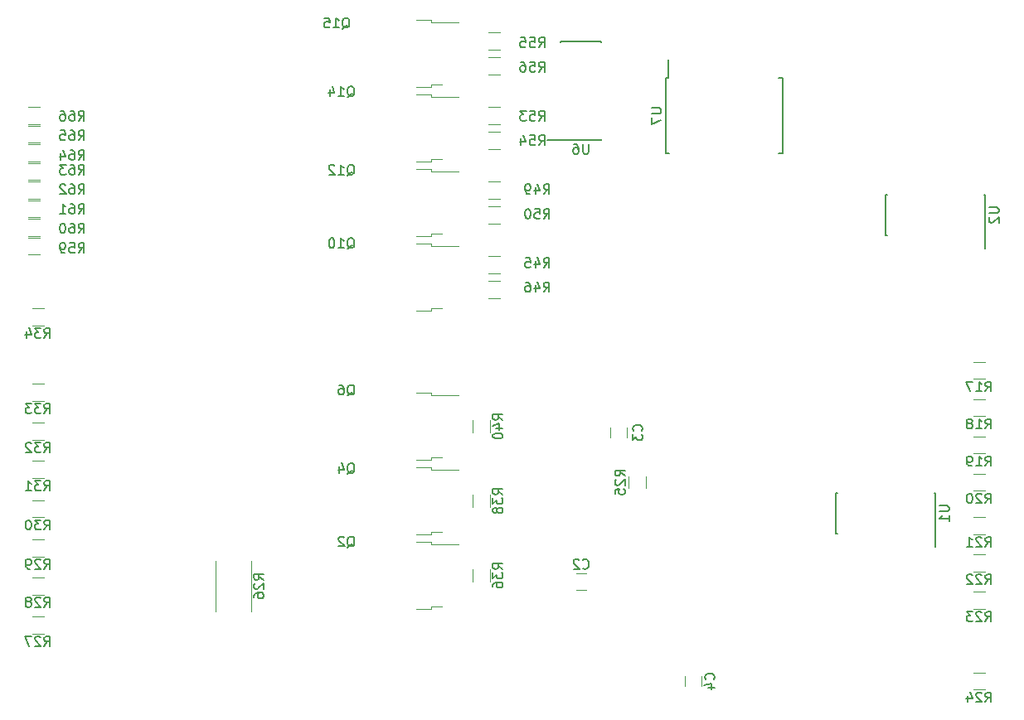
<source format=gbo>
G04 #@! TF.GenerationSoftware,KiCad,Pcbnew,5.0.1*
G04 #@! TF.CreationDate,2018-11-16T10:37:45+01:00*
G04 #@! TF.ProjectId,afterglow_nano_smd,6166746572676C6F775F6E616E6F5F73,rev?*
G04 #@! TF.SameCoordinates,Original*
G04 #@! TF.FileFunction,Legend,Bot*
G04 #@! TF.FilePolarity,Positive*
%FSLAX46Y46*%
G04 Gerber Fmt 4.6, Leading zero omitted, Abs format (unit mm)*
G04 Created by KiCad (PCBNEW 5.0.1) date Fr 16 Nov 2018 10:37:45 CET*
%MOMM*%
%LPD*%
G01*
G04 APERTURE LIST*
%ADD10C,0.120000*%
%ADD11C,0.150000*%
G04 APERTURE END LIST*
D10*
G04 #@! TO.C,R26*
X48680000Y-106900000D02*
X48680000Y-112100000D01*
X52320000Y-112100000D02*
X52320000Y-106900000D01*
G04 #@! TO.C,C2*
X85460000Y-108205000D02*
X86460000Y-108205000D01*
X86460000Y-109905000D02*
X85460000Y-109905000D01*
G04 #@! TO.C,C3*
X88920000Y-94315000D02*
X88920000Y-93315000D01*
X90620000Y-93315000D02*
X90620000Y-94315000D01*
G04 #@! TO.C,R17*
X127200000Y-86585000D02*
X126000000Y-86585000D01*
X126000000Y-88345000D02*
X127200000Y-88345000D01*
G04 #@! TO.C,R18*
X127200000Y-90395000D02*
X126000000Y-90395000D01*
X126000000Y-92155000D02*
X127200000Y-92155000D01*
G04 #@! TO.C,R21*
X127200000Y-102460000D02*
X126000000Y-102460000D01*
X126000000Y-104220000D02*
X127200000Y-104220000D01*
G04 #@! TO.C,R22*
X127200000Y-106270000D02*
X126000000Y-106270000D01*
X126000000Y-108030000D02*
X127200000Y-108030000D01*
G04 #@! TO.C,R23*
X127200000Y-110080000D02*
X126000000Y-110080000D01*
X126000000Y-111840000D02*
X127200000Y-111840000D01*
G04 #@! TO.C,R24*
X127200000Y-118335000D02*
X126000000Y-118335000D01*
X126000000Y-120095000D02*
X127200000Y-120095000D01*
G04 #@! TO.C,R25*
X92555000Y-99495000D02*
X92555000Y-98295000D01*
X90795000Y-98295000D02*
X90795000Y-99495000D01*
G04 #@! TO.C,R27*
X31100000Y-112620000D02*
X29900000Y-112620000D01*
X29900000Y-114380000D02*
X31100000Y-114380000D01*
G04 #@! TO.C,R28*
X31100000Y-108620000D02*
X29900000Y-108620000D01*
X29900000Y-110380000D02*
X31100000Y-110380000D01*
G04 #@! TO.C,Q10*
X69150000Y-74490000D02*
X70650000Y-74490000D01*
X70650000Y-74490000D02*
X70650000Y-74760000D01*
X70650000Y-74760000D02*
X73480000Y-74760000D01*
X69150000Y-81390000D02*
X70650000Y-81390000D01*
X70650000Y-81390000D02*
X70650000Y-81120000D01*
X70650000Y-81120000D02*
X71750000Y-81120000D01*
G04 #@! TO.C,Q12*
X69150000Y-66870000D02*
X70650000Y-66870000D01*
X70650000Y-66870000D02*
X70650000Y-67140000D01*
X70650000Y-67140000D02*
X73480000Y-67140000D01*
X69150000Y-73770000D02*
X70650000Y-73770000D01*
X70650000Y-73770000D02*
X70650000Y-73500000D01*
X70650000Y-73500000D02*
X71750000Y-73500000D01*
G04 #@! TO.C,Q14*
X69150000Y-59250000D02*
X70650000Y-59250000D01*
X70650000Y-59250000D02*
X70650000Y-59520000D01*
X70650000Y-59520000D02*
X73480000Y-59520000D01*
X69150000Y-66150000D02*
X70650000Y-66150000D01*
X70650000Y-66150000D02*
X70650000Y-65880000D01*
X70650000Y-65880000D02*
X71750000Y-65880000D01*
G04 #@! TO.C,Q15*
X69150000Y-51630000D02*
X70650000Y-51630000D01*
X70650000Y-51630000D02*
X70650000Y-51900000D01*
X70650000Y-51900000D02*
X73480000Y-51900000D01*
X69150000Y-58530000D02*
X70650000Y-58530000D01*
X70650000Y-58530000D02*
X70650000Y-58260000D01*
X70650000Y-58260000D02*
X71750000Y-58260000D01*
D11*
G04 #@! TO.C,U1*
X122150000Y-104145000D02*
X122125000Y-104145000D01*
X122150000Y-99995000D02*
X122045000Y-99995000D01*
X112000000Y-99995000D02*
X112105000Y-99995000D01*
X112000000Y-104145000D02*
X112105000Y-104145000D01*
X122150000Y-104145000D02*
X122150000Y-99995000D01*
X112000000Y-104145000D02*
X112000000Y-99995000D01*
X122125000Y-104145000D02*
X122125000Y-105520000D01*
G04 #@! TO.C,U2*
X127230000Y-73665000D02*
X127205000Y-73665000D01*
X127230000Y-69515000D02*
X127125000Y-69515000D01*
X117080000Y-69515000D02*
X117185000Y-69515000D01*
X117080000Y-73665000D02*
X117185000Y-73665000D01*
X127230000Y-73665000D02*
X127230000Y-69515000D01*
X117080000Y-73665000D02*
X117080000Y-69515000D01*
X127205000Y-73665000D02*
X127205000Y-75040000D01*
G04 #@! TO.C,U6*
X83885000Y-63965000D02*
X83885000Y-63940000D01*
X88035000Y-63965000D02*
X88035000Y-63860000D01*
X88035000Y-53815000D02*
X88035000Y-53920000D01*
X83885000Y-53815000D02*
X83885000Y-53920000D01*
X83885000Y-63965000D02*
X88035000Y-63965000D01*
X83885000Y-53815000D02*
X88035000Y-53815000D01*
X83885000Y-63940000D02*
X82510000Y-63940000D01*
D10*
G04 #@! TO.C,C4*
X98240000Y-118715000D02*
X98240000Y-119715000D01*
X96540000Y-119715000D02*
X96540000Y-118715000D01*
G04 #@! TO.C,Q2*
X69150000Y-104970000D02*
X70650000Y-104970000D01*
X70650000Y-104970000D02*
X70650000Y-105240000D01*
X70650000Y-105240000D02*
X73480000Y-105240000D01*
X69150000Y-111870000D02*
X70650000Y-111870000D01*
X70650000Y-111870000D02*
X70650000Y-111600000D01*
X70650000Y-111600000D02*
X71750000Y-111600000D01*
G04 #@! TO.C,Q4*
X69150000Y-97350000D02*
X70650000Y-97350000D01*
X70650000Y-97350000D02*
X70650000Y-97620000D01*
X70650000Y-97620000D02*
X73480000Y-97620000D01*
X69150000Y-104250000D02*
X70650000Y-104250000D01*
X70650000Y-104250000D02*
X70650000Y-103980000D01*
X70650000Y-103980000D02*
X71750000Y-103980000D01*
G04 #@! TO.C,Q6*
X69150000Y-89730000D02*
X70650000Y-89730000D01*
X70650000Y-89730000D02*
X70650000Y-90000000D01*
X70650000Y-90000000D02*
X73480000Y-90000000D01*
X69150000Y-96630000D02*
X70650000Y-96630000D01*
X70650000Y-96630000D02*
X70650000Y-96360000D01*
X70650000Y-96360000D02*
X71750000Y-96360000D01*
G04 #@! TO.C,R19*
X127200000Y-94205000D02*
X126000000Y-94205000D01*
X126000000Y-95965000D02*
X127200000Y-95965000D01*
G04 #@! TO.C,R20*
X127200000Y-98015000D02*
X126000000Y-98015000D01*
X126000000Y-99775000D02*
X127200000Y-99775000D01*
G04 #@! TO.C,R29*
X31100000Y-104720000D02*
X29900000Y-104720000D01*
X29900000Y-106480000D02*
X31100000Y-106480000D01*
G04 #@! TO.C,R30*
X31100000Y-100720000D02*
X29900000Y-100720000D01*
X29900000Y-102480000D02*
X31100000Y-102480000D01*
G04 #@! TO.C,R31*
X31100000Y-96720000D02*
X29900000Y-96720000D01*
X29900000Y-98480000D02*
X31100000Y-98480000D01*
G04 #@! TO.C,R32*
X31100000Y-92820000D02*
X29900000Y-92820000D01*
X29900000Y-94580000D02*
X31100000Y-94580000D01*
G04 #@! TO.C,R33*
X31100000Y-88820000D02*
X29900000Y-88820000D01*
X29900000Y-90580000D02*
X31100000Y-90580000D01*
G04 #@! TO.C,R34*
X31100000Y-81120000D02*
X29900000Y-81120000D01*
X29900000Y-82880000D02*
X31100000Y-82880000D01*
G04 #@! TO.C,R36*
X74920000Y-107820000D02*
X74920000Y-109020000D01*
X76680000Y-109020000D02*
X76680000Y-107820000D01*
G04 #@! TO.C,R38*
X74920000Y-100200000D02*
X74920000Y-101400000D01*
X76680000Y-101400000D02*
X76680000Y-100200000D01*
G04 #@! TO.C,R40*
X74920000Y-92580000D02*
X74920000Y-93780000D01*
X76680000Y-93780000D02*
X76680000Y-92580000D01*
G04 #@! TO.C,R45*
X77670000Y-75790000D02*
X76470000Y-75790000D01*
X76470000Y-77550000D02*
X77670000Y-77550000D01*
G04 #@! TO.C,R46*
X77670000Y-78330000D02*
X76470000Y-78330000D01*
X76470000Y-80090000D02*
X77670000Y-80090000D01*
G04 #@! TO.C,R49*
X77670000Y-68170000D02*
X76470000Y-68170000D01*
X76470000Y-69930000D02*
X77670000Y-69930000D01*
G04 #@! TO.C,R50*
X77670000Y-70710000D02*
X76470000Y-70710000D01*
X76470000Y-72470000D02*
X77670000Y-72470000D01*
G04 #@! TO.C,R53*
X77670000Y-60550000D02*
X76470000Y-60550000D01*
X76470000Y-62310000D02*
X77670000Y-62310000D01*
G04 #@! TO.C,R54*
X77670000Y-63090000D02*
X76470000Y-63090000D01*
X76470000Y-64850000D02*
X77670000Y-64850000D01*
G04 #@! TO.C,R55*
X77670000Y-52930000D02*
X76470000Y-52930000D01*
X76470000Y-54690000D02*
X77670000Y-54690000D01*
G04 #@! TO.C,R56*
X77670000Y-55470000D02*
X76470000Y-55470000D01*
X76470000Y-57230000D02*
X77670000Y-57230000D01*
G04 #@! TO.C,R59*
X29480000Y-75645000D02*
X30680000Y-75645000D01*
X30680000Y-73885000D02*
X29480000Y-73885000D01*
G04 #@! TO.C,R60*
X29480000Y-73740000D02*
X30680000Y-73740000D01*
X30680000Y-71980000D02*
X29480000Y-71980000D01*
G04 #@! TO.C,R61*
X29480000Y-71835000D02*
X30680000Y-71835000D01*
X30680000Y-70075000D02*
X29480000Y-70075000D01*
G04 #@! TO.C,R62*
X29480000Y-69930000D02*
X30680000Y-69930000D01*
X30680000Y-68170000D02*
X29480000Y-68170000D01*
G04 #@! TO.C,R63*
X29480000Y-68025000D02*
X30680000Y-68025000D01*
X30680000Y-66265000D02*
X29480000Y-66265000D01*
G04 #@! TO.C,R64*
X29480000Y-66120000D02*
X30680000Y-66120000D01*
X30680000Y-64360000D02*
X29480000Y-64360000D01*
G04 #@! TO.C,R65*
X29480000Y-64215000D02*
X30680000Y-64215000D01*
X30680000Y-62455000D02*
X29480000Y-62455000D01*
G04 #@! TO.C,R66*
X29480000Y-62310000D02*
X30680000Y-62310000D01*
X30680000Y-60550000D02*
X29480000Y-60550000D01*
D11*
G04 #@! TO.C,U7*
X94615000Y-57555000D02*
X94865000Y-57555000D01*
X94615000Y-65305000D02*
X94960000Y-65305000D01*
X106515000Y-65305000D02*
X106170000Y-65305000D01*
X106515000Y-57555000D02*
X106170000Y-57555000D01*
X94615000Y-57555000D02*
X94615000Y-65305000D01*
X106515000Y-57555000D02*
X106515000Y-65305000D01*
X94865000Y-57555000D02*
X94865000Y-55730000D01*
G04 #@! TO.C,R26*
X53552380Y-108857142D02*
X53076190Y-108523809D01*
X53552380Y-108285714D02*
X52552380Y-108285714D01*
X52552380Y-108666666D01*
X52600000Y-108761904D01*
X52647619Y-108809523D01*
X52742857Y-108857142D01*
X52885714Y-108857142D01*
X52980952Y-108809523D01*
X53028571Y-108761904D01*
X53076190Y-108666666D01*
X53076190Y-108285714D01*
X52647619Y-109238095D02*
X52600000Y-109285714D01*
X52552380Y-109380952D01*
X52552380Y-109619047D01*
X52600000Y-109714285D01*
X52647619Y-109761904D01*
X52742857Y-109809523D01*
X52838095Y-109809523D01*
X52980952Y-109761904D01*
X53552380Y-109190476D01*
X53552380Y-109809523D01*
X52552380Y-110666666D02*
X52552380Y-110476190D01*
X52600000Y-110380952D01*
X52647619Y-110333333D01*
X52790476Y-110238095D01*
X52980952Y-110190476D01*
X53361904Y-110190476D01*
X53457142Y-110238095D01*
X53504761Y-110285714D01*
X53552380Y-110380952D01*
X53552380Y-110571428D01*
X53504761Y-110666666D01*
X53457142Y-110714285D01*
X53361904Y-110761904D01*
X53123809Y-110761904D01*
X53028571Y-110714285D01*
X52980952Y-110666666D01*
X52933333Y-110571428D01*
X52933333Y-110380952D01*
X52980952Y-110285714D01*
X53028571Y-110238095D01*
X53123809Y-110190476D01*
G04 #@! TO.C,C2*
X86126666Y-107662142D02*
X86174285Y-107709761D01*
X86317142Y-107757380D01*
X86412380Y-107757380D01*
X86555238Y-107709761D01*
X86650476Y-107614523D01*
X86698095Y-107519285D01*
X86745714Y-107328809D01*
X86745714Y-107185952D01*
X86698095Y-106995476D01*
X86650476Y-106900238D01*
X86555238Y-106805000D01*
X86412380Y-106757380D01*
X86317142Y-106757380D01*
X86174285Y-106805000D01*
X86126666Y-106852619D01*
X85745714Y-106852619D02*
X85698095Y-106805000D01*
X85602857Y-106757380D01*
X85364761Y-106757380D01*
X85269523Y-106805000D01*
X85221904Y-106852619D01*
X85174285Y-106947857D01*
X85174285Y-107043095D01*
X85221904Y-107185952D01*
X85793333Y-107757380D01*
X85174285Y-107757380D01*
G04 #@! TO.C,C3*
X92127142Y-93648333D02*
X92174761Y-93600714D01*
X92222380Y-93457857D01*
X92222380Y-93362619D01*
X92174761Y-93219761D01*
X92079523Y-93124523D01*
X91984285Y-93076904D01*
X91793809Y-93029285D01*
X91650952Y-93029285D01*
X91460476Y-93076904D01*
X91365238Y-93124523D01*
X91270000Y-93219761D01*
X91222380Y-93362619D01*
X91222380Y-93457857D01*
X91270000Y-93600714D01*
X91317619Y-93648333D01*
X91222380Y-93981666D02*
X91222380Y-94600714D01*
X91603333Y-94267380D01*
X91603333Y-94410238D01*
X91650952Y-94505476D01*
X91698571Y-94553095D01*
X91793809Y-94600714D01*
X92031904Y-94600714D01*
X92127142Y-94553095D01*
X92174761Y-94505476D01*
X92222380Y-94410238D01*
X92222380Y-94124523D01*
X92174761Y-94029285D01*
X92127142Y-93981666D01*
G04 #@! TO.C,R17*
X127242857Y-89617380D02*
X127576190Y-89141190D01*
X127814285Y-89617380D02*
X127814285Y-88617380D01*
X127433333Y-88617380D01*
X127338095Y-88665000D01*
X127290476Y-88712619D01*
X127242857Y-88807857D01*
X127242857Y-88950714D01*
X127290476Y-89045952D01*
X127338095Y-89093571D01*
X127433333Y-89141190D01*
X127814285Y-89141190D01*
X126290476Y-89617380D02*
X126861904Y-89617380D01*
X126576190Y-89617380D02*
X126576190Y-88617380D01*
X126671428Y-88760238D01*
X126766666Y-88855476D01*
X126861904Y-88903095D01*
X125957142Y-88617380D02*
X125290476Y-88617380D01*
X125719047Y-89617380D01*
G04 #@! TO.C,R18*
X127242857Y-93427380D02*
X127576190Y-92951190D01*
X127814285Y-93427380D02*
X127814285Y-92427380D01*
X127433333Y-92427380D01*
X127338095Y-92475000D01*
X127290476Y-92522619D01*
X127242857Y-92617857D01*
X127242857Y-92760714D01*
X127290476Y-92855952D01*
X127338095Y-92903571D01*
X127433333Y-92951190D01*
X127814285Y-92951190D01*
X126290476Y-93427380D02*
X126861904Y-93427380D01*
X126576190Y-93427380D02*
X126576190Y-92427380D01*
X126671428Y-92570238D01*
X126766666Y-92665476D01*
X126861904Y-92713095D01*
X125719047Y-92855952D02*
X125814285Y-92808333D01*
X125861904Y-92760714D01*
X125909523Y-92665476D01*
X125909523Y-92617857D01*
X125861904Y-92522619D01*
X125814285Y-92475000D01*
X125719047Y-92427380D01*
X125528571Y-92427380D01*
X125433333Y-92475000D01*
X125385714Y-92522619D01*
X125338095Y-92617857D01*
X125338095Y-92665476D01*
X125385714Y-92760714D01*
X125433333Y-92808333D01*
X125528571Y-92855952D01*
X125719047Y-92855952D01*
X125814285Y-92903571D01*
X125861904Y-92951190D01*
X125909523Y-93046428D01*
X125909523Y-93236904D01*
X125861904Y-93332142D01*
X125814285Y-93379761D01*
X125719047Y-93427380D01*
X125528571Y-93427380D01*
X125433333Y-93379761D01*
X125385714Y-93332142D01*
X125338095Y-93236904D01*
X125338095Y-93046428D01*
X125385714Y-92951190D01*
X125433333Y-92903571D01*
X125528571Y-92855952D01*
G04 #@! TO.C,R21*
X127242857Y-105492380D02*
X127576190Y-105016190D01*
X127814285Y-105492380D02*
X127814285Y-104492380D01*
X127433333Y-104492380D01*
X127338095Y-104540000D01*
X127290476Y-104587619D01*
X127242857Y-104682857D01*
X127242857Y-104825714D01*
X127290476Y-104920952D01*
X127338095Y-104968571D01*
X127433333Y-105016190D01*
X127814285Y-105016190D01*
X126861904Y-104587619D02*
X126814285Y-104540000D01*
X126719047Y-104492380D01*
X126480952Y-104492380D01*
X126385714Y-104540000D01*
X126338095Y-104587619D01*
X126290476Y-104682857D01*
X126290476Y-104778095D01*
X126338095Y-104920952D01*
X126909523Y-105492380D01*
X126290476Y-105492380D01*
X125338095Y-105492380D02*
X125909523Y-105492380D01*
X125623809Y-105492380D02*
X125623809Y-104492380D01*
X125719047Y-104635238D01*
X125814285Y-104730476D01*
X125909523Y-104778095D01*
G04 #@! TO.C,R22*
X127242857Y-109302380D02*
X127576190Y-108826190D01*
X127814285Y-109302380D02*
X127814285Y-108302380D01*
X127433333Y-108302380D01*
X127338095Y-108350000D01*
X127290476Y-108397619D01*
X127242857Y-108492857D01*
X127242857Y-108635714D01*
X127290476Y-108730952D01*
X127338095Y-108778571D01*
X127433333Y-108826190D01*
X127814285Y-108826190D01*
X126861904Y-108397619D02*
X126814285Y-108350000D01*
X126719047Y-108302380D01*
X126480952Y-108302380D01*
X126385714Y-108350000D01*
X126338095Y-108397619D01*
X126290476Y-108492857D01*
X126290476Y-108588095D01*
X126338095Y-108730952D01*
X126909523Y-109302380D01*
X126290476Y-109302380D01*
X125909523Y-108397619D02*
X125861904Y-108350000D01*
X125766666Y-108302380D01*
X125528571Y-108302380D01*
X125433333Y-108350000D01*
X125385714Y-108397619D01*
X125338095Y-108492857D01*
X125338095Y-108588095D01*
X125385714Y-108730952D01*
X125957142Y-109302380D01*
X125338095Y-109302380D01*
G04 #@! TO.C,R23*
X127242857Y-113112380D02*
X127576190Y-112636190D01*
X127814285Y-113112380D02*
X127814285Y-112112380D01*
X127433333Y-112112380D01*
X127338095Y-112160000D01*
X127290476Y-112207619D01*
X127242857Y-112302857D01*
X127242857Y-112445714D01*
X127290476Y-112540952D01*
X127338095Y-112588571D01*
X127433333Y-112636190D01*
X127814285Y-112636190D01*
X126861904Y-112207619D02*
X126814285Y-112160000D01*
X126719047Y-112112380D01*
X126480952Y-112112380D01*
X126385714Y-112160000D01*
X126338095Y-112207619D01*
X126290476Y-112302857D01*
X126290476Y-112398095D01*
X126338095Y-112540952D01*
X126909523Y-113112380D01*
X126290476Y-113112380D01*
X125957142Y-112112380D02*
X125338095Y-112112380D01*
X125671428Y-112493333D01*
X125528571Y-112493333D01*
X125433333Y-112540952D01*
X125385714Y-112588571D01*
X125338095Y-112683809D01*
X125338095Y-112921904D01*
X125385714Y-113017142D01*
X125433333Y-113064761D01*
X125528571Y-113112380D01*
X125814285Y-113112380D01*
X125909523Y-113064761D01*
X125957142Y-113017142D01*
G04 #@! TO.C,R24*
X127242857Y-121367380D02*
X127576190Y-120891190D01*
X127814285Y-121367380D02*
X127814285Y-120367380D01*
X127433333Y-120367380D01*
X127338095Y-120415000D01*
X127290476Y-120462619D01*
X127242857Y-120557857D01*
X127242857Y-120700714D01*
X127290476Y-120795952D01*
X127338095Y-120843571D01*
X127433333Y-120891190D01*
X127814285Y-120891190D01*
X126861904Y-120462619D02*
X126814285Y-120415000D01*
X126719047Y-120367380D01*
X126480952Y-120367380D01*
X126385714Y-120415000D01*
X126338095Y-120462619D01*
X126290476Y-120557857D01*
X126290476Y-120653095D01*
X126338095Y-120795952D01*
X126909523Y-121367380D01*
X126290476Y-121367380D01*
X125433333Y-120700714D02*
X125433333Y-121367380D01*
X125671428Y-120319761D02*
X125909523Y-121034047D01*
X125290476Y-121034047D01*
G04 #@! TO.C,R25*
X90427380Y-98252142D02*
X89951190Y-97918809D01*
X90427380Y-97680714D02*
X89427380Y-97680714D01*
X89427380Y-98061666D01*
X89475000Y-98156904D01*
X89522619Y-98204523D01*
X89617857Y-98252142D01*
X89760714Y-98252142D01*
X89855952Y-98204523D01*
X89903571Y-98156904D01*
X89951190Y-98061666D01*
X89951190Y-97680714D01*
X89522619Y-98633095D02*
X89475000Y-98680714D01*
X89427380Y-98775952D01*
X89427380Y-99014047D01*
X89475000Y-99109285D01*
X89522619Y-99156904D01*
X89617857Y-99204523D01*
X89713095Y-99204523D01*
X89855952Y-99156904D01*
X90427380Y-98585476D01*
X90427380Y-99204523D01*
X89427380Y-100109285D02*
X89427380Y-99633095D01*
X89903571Y-99585476D01*
X89855952Y-99633095D01*
X89808333Y-99728333D01*
X89808333Y-99966428D01*
X89855952Y-100061666D01*
X89903571Y-100109285D01*
X89998809Y-100156904D01*
X90236904Y-100156904D01*
X90332142Y-100109285D01*
X90379761Y-100061666D01*
X90427380Y-99966428D01*
X90427380Y-99728333D01*
X90379761Y-99633095D01*
X90332142Y-99585476D01*
G04 #@! TO.C,R27*
X31142857Y-115652380D02*
X31476190Y-115176190D01*
X31714285Y-115652380D02*
X31714285Y-114652380D01*
X31333333Y-114652380D01*
X31238095Y-114700000D01*
X31190476Y-114747619D01*
X31142857Y-114842857D01*
X31142857Y-114985714D01*
X31190476Y-115080952D01*
X31238095Y-115128571D01*
X31333333Y-115176190D01*
X31714285Y-115176190D01*
X30761904Y-114747619D02*
X30714285Y-114700000D01*
X30619047Y-114652380D01*
X30380952Y-114652380D01*
X30285714Y-114700000D01*
X30238095Y-114747619D01*
X30190476Y-114842857D01*
X30190476Y-114938095D01*
X30238095Y-115080952D01*
X30809523Y-115652380D01*
X30190476Y-115652380D01*
X29857142Y-114652380D02*
X29190476Y-114652380D01*
X29619047Y-115652380D01*
G04 #@! TO.C,R28*
X31142857Y-111652380D02*
X31476190Y-111176190D01*
X31714285Y-111652380D02*
X31714285Y-110652380D01*
X31333333Y-110652380D01*
X31238095Y-110700000D01*
X31190476Y-110747619D01*
X31142857Y-110842857D01*
X31142857Y-110985714D01*
X31190476Y-111080952D01*
X31238095Y-111128571D01*
X31333333Y-111176190D01*
X31714285Y-111176190D01*
X30761904Y-110747619D02*
X30714285Y-110700000D01*
X30619047Y-110652380D01*
X30380952Y-110652380D01*
X30285714Y-110700000D01*
X30238095Y-110747619D01*
X30190476Y-110842857D01*
X30190476Y-110938095D01*
X30238095Y-111080952D01*
X30809523Y-111652380D01*
X30190476Y-111652380D01*
X29619047Y-111080952D02*
X29714285Y-111033333D01*
X29761904Y-110985714D01*
X29809523Y-110890476D01*
X29809523Y-110842857D01*
X29761904Y-110747619D01*
X29714285Y-110700000D01*
X29619047Y-110652380D01*
X29428571Y-110652380D01*
X29333333Y-110700000D01*
X29285714Y-110747619D01*
X29238095Y-110842857D01*
X29238095Y-110890476D01*
X29285714Y-110985714D01*
X29333333Y-111033333D01*
X29428571Y-111080952D01*
X29619047Y-111080952D01*
X29714285Y-111128571D01*
X29761904Y-111176190D01*
X29809523Y-111271428D01*
X29809523Y-111461904D01*
X29761904Y-111557142D01*
X29714285Y-111604761D01*
X29619047Y-111652380D01*
X29428571Y-111652380D01*
X29333333Y-111604761D01*
X29285714Y-111557142D01*
X29238095Y-111461904D01*
X29238095Y-111271428D01*
X29285714Y-111176190D01*
X29333333Y-111128571D01*
X29428571Y-111080952D01*
G04 #@! TO.C,Q10*
X62071428Y-75047619D02*
X62166666Y-75000000D01*
X62261904Y-74904761D01*
X62404761Y-74761904D01*
X62500000Y-74714285D01*
X62595238Y-74714285D01*
X62547619Y-74952380D02*
X62642857Y-74904761D01*
X62738095Y-74809523D01*
X62785714Y-74619047D01*
X62785714Y-74285714D01*
X62738095Y-74095238D01*
X62642857Y-74000000D01*
X62547619Y-73952380D01*
X62357142Y-73952380D01*
X62261904Y-74000000D01*
X62166666Y-74095238D01*
X62119047Y-74285714D01*
X62119047Y-74619047D01*
X62166666Y-74809523D01*
X62261904Y-74904761D01*
X62357142Y-74952380D01*
X62547619Y-74952380D01*
X61166666Y-74952380D02*
X61738095Y-74952380D01*
X61452380Y-74952380D02*
X61452380Y-73952380D01*
X61547619Y-74095238D01*
X61642857Y-74190476D01*
X61738095Y-74238095D01*
X60547619Y-73952380D02*
X60452380Y-73952380D01*
X60357142Y-74000000D01*
X60309523Y-74047619D01*
X60261904Y-74142857D01*
X60214285Y-74333333D01*
X60214285Y-74571428D01*
X60261904Y-74761904D01*
X60309523Y-74857142D01*
X60357142Y-74904761D01*
X60452380Y-74952380D01*
X60547619Y-74952380D01*
X60642857Y-74904761D01*
X60690476Y-74857142D01*
X60738095Y-74761904D01*
X60785714Y-74571428D01*
X60785714Y-74333333D01*
X60738095Y-74142857D01*
X60690476Y-74047619D01*
X60642857Y-74000000D01*
X60547619Y-73952380D01*
G04 #@! TO.C,Q12*
X62071428Y-67547619D02*
X62166666Y-67500000D01*
X62261904Y-67404761D01*
X62404761Y-67261904D01*
X62500000Y-67214285D01*
X62595238Y-67214285D01*
X62547619Y-67452380D02*
X62642857Y-67404761D01*
X62738095Y-67309523D01*
X62785714Y-67119047D01*
X62785714Y-66785714D01*
X62738095Y-66595238D01*
X62642857Y-66500000D01*
X62547619Y-66452380D01*
X62357142Y-66452380D01*
X62261904Y-66500000D01*
X62166666Y-66595238D01*
X62119047Y-66785714D01*
X62119047Y-67119047D01*
X62166666Y-67309523D01*
X62261904Y-67404761D01*
X62357142Y-67452380D01*
X62547619Y-67452380D01*
X61166666Y-67452380D02*
X61738095Y-67452380D01*
X61452380Y-67452380D02*
X61452380Y-66452380D01*
X61547619Y-66595238D01*
X61642857Y-66690476D01*
X61738095Y-66738095D01*
X60785714Y-66547619D02*
X60738095Y-66500000D01*
X60642857Y-66452380D01*
X60404761Y-66452380D01*
X60309523Y-66500000D01*
X60261904Y-66547619D01*
X60214285Y-66642857D01*
X60214285Y-66738095D01*
X60261904Y-66880952D01*
X60833333Y-67452380D01*
X60214285Y-67452380D01*
G04 #@! TO.C,Q14*
X62071428Y-59547619D02*
X62166666Y-59500000D01*
X62261904Y-59404761D01*
X62404761Y-59261904D01*
X62500000Y-59214285D01*
X62595238Y-59214285D01*
X62547619Y-59452380D02*
X62642857Y-59404761D01*
X62738095Y-59309523D01*
X62785714Y-59119047D01*
X62785714Y-58785714D01*
X62738095Y-58595238D01*
X62642857Y-58500000D01*
X62547619Y-58452380D01*
X62357142Y-58452380D01*
X62261904Y-58500000D01*
X62166666Y-58595238D01*
X62119047Y-58785714D01*
X62119047Y-59119047D01*
X62166666Y-59309523D01*
X62261904Y-59404761D01*
X62357142Y-59452380D01*
X62547619Y-59452380D01*
X61166666Y-59452380D02*
X61738095Y-59452380D01*
X61452380Y-59452380D02*
X61452380Y-58452380D01*
X61547619Y-58595238D01*
X61642857Y-58690476D01*
X61738095Y-58738095D01*
X60309523Y-58785714D02*
X60309523Y-59452380D01*
X60547619Y-58404761D02*
X60785714Y-59119047D01*
X60166666Y-59119047D01*
G04 #@! TO.C,Q15*
X61571428Y-52547619D02*
X61666666Y-52500000D01*
X61761904Y-52404761D01*
X61904761Y-52261904D01*
X62000000Y-52214285D01*
X62095238Y-52214285D01*
X62047619Y-52452380D02*
X62142857Y-52404761D01*
X62238095Y-52309523D01*
X62285714Y-52119047D01*
X62285714Y-51785714D01*
X62238095Y-51595238D01*
X62142857Y-51500000D01*
X62047619Y-51452380D01*
X61857142Y-51452380D01*
X61761904Y-51500000D01*
X61666666Y-51595238D01*
X61619047Y-51785714D01*
X61619047Y-52119047D01*
X61666666Y-52309523D01*
X61761904Y-52404761D01*
X61857142Y-52452380D01*
X62047619Y-52452380D01*
X60666666Y-52452380D02*
X61238095Y-52452380D01*
X60952380Y-52452380D02*
X60952380Y-51452380D01*
X61047619Y-51595238D01*
X61142857Y-51690476D01*
X61238095Y-51738095D01*
X59761904Y-51452380D02*
X60238095Y-51452380D01*
X60285714Y-51928571D01*
X60238095Y-51880952D01*
X60142857Y-51833333D01*
X59904761Y-51833333D01*
X59809523Y-51880952D01*
X59761904Y-51928571D01*
X59714285Y-52023809D01*
X59714285Y-52261904D01*
X59761904Y-52357142D01*
X59809523Y-52404761D01*
X59904761Y-52452380D01*
X60142857Y-52452380D01*
X60238095Y-52404761D01*
X60285714Y-52357142D01*
G04 #@! TO.C,U1*
X122527380Y-101308095D02*
X123336904Y-101308095D01*
X123432142Y-101355714D01*
X123479761Y-101403333D01*
X123527380Y-101498571D01*
X123527380Y-101689047D01*
X123479761Y-101784285D01*
X123432142Y-101831904D01*
X123336904Y-101879523D01*
X122527380Y-101879523D01*
X123527380Y-102879523D02*
X123527380Y-102308095D01*
X123527380Y-102593809D02*
X122527380Y-102593809D01*
X122670238Y-102498571D01*
X122765476Y-102403333D01*
X122813095Y-102308095D01*
G04 #@! TO.C,U2*
X127607380Y-70828095D02*
X128416904Y-70828095D01*
X128512142Y-70875714D01*
X128559761Y-70923333D01*
X128607380Y-71018571D01*
X128607380Y-71209047D01*
X128559761Y-71304285D01*
X128512142Y-71351904D01*
X128416904Y-71399523D01*
X127607380Y-71399523D01*
X127702619Y-71828095D02*
X127655000Y-71875714D01*
X127607380Y-71970952D01*
X127607380Y-72209047D01*
X127655000Y-72304285D01*
X127702619Y-72351904D01*
X127797857Y-72399523D01*
X127893095Y-72399523D01*
X128035952Y-72351904D01*
X128607380Y-71780476D01*
X128607380Y-72399523D01*
G04 #@! TO.C,U6*
X86721904Y-64342380D02*
X86721904Y-65151904D01*
X86674285Y-65247142D01*
X86626666Y-65294761D01*
X86531428Y-65342380D01*
X86340952Y-65342380D01*
X86245714Y-65294761D01*
X86198095Y-65247142D01*
X86150476Y-65151904D01*
X86150476Y-64342380D01*
X85245714Y-64342380D02*
X85436190Y-64342380D01*
X85531428Y-64390000D01*
X85579047Y-64437619D01*
X85674285Y-64580476D01*
X85721904Y-64770952D01*
X85721904Y-65151904D01*
X85674285Y-65247142D01*
X85626666Y-65294761D01*
X85531428Y-65342380D01*
X85340952Y-65342380D01*
X85245714Y-65294761D01*
X85198095Y-65247142D01*
X85150476Y-65151904D01*
X85150476Y-64913809D01*
X85198095Y-64818571D01*
X85245714Y-64770952D01*
X85340952Y-64723333D01*
X85531428Y-64723333D01*
X85626666Y-64770952D01*
X85674285Y-64818571D01*
X85721904Y-64913809D01*
G04 #@! TO.C,C4*
X99497142Y-119048333D02*
X99544761Y-119000714D01*
X99592380Y-118857857D01*
X99592380Y-118762619D01*
X99544761Y-118619761D01*
X99449523Y-118524523D01*
X99354285Y-118476904D01*
X99163809Y-118429285D01*
X99020952Y-118429285D01*
X98830476Y-118476904D01*
X98735238Y-118524523D01*
X98640000Y-118619761D01*
X98592380Y-118762619D01*
X98592380Y-118857857D01*
X98640000Y-119000714D01*
X98687619Y-119048333D01*
X98925714Y-119905476D02*
X99592380Y-119905476D01*
X98544761Y-119667380D02*
X99259047Y-119429285D01*
X99259047Y-120048333D01*
G04 #@! TO.C,Q2*
X62095238Y-105547619D02*
X62190476Y-105500000D01*
X62285714Y-105404761D01*
X62428571Y-105261904D01*
X62523809Y-105214285D01*
X62619047Y-105214285D01*
X62571428Y-105452380D02*
X62666666Y-105404761D01*
X62761904Y-105309523D01*
X62809523Y-105119047D01*
X62809523Y-104785714D01*
X62761904Y-104595238D01*
X62666666Y-104500000D01*
X62571428Y-104452380D01*
X62380952Y-104452380D01*
X62285714Y-104500000D01*
X62190476Y-104595238D01*
X62142857Y-104785714D01*
X62142857Y-105119047D01*
X62190476Y-105309523D01*
X62285714Y-105404761D01*
X62380952Y-105452380D01*
X62571428Y-105452380D01*
X61761904Y-104547619D02*
X61714285Y-104500000D01*
X61619047Y-104452380D01*
X61380952Y-104452380D01*
X61285714Y-104500000D01*
X61238095Y-104547619D01*
X61190476Y-104642857D01*
X61190476Y-104738095D01*
X61238095Y-104880952D01*
X61809523Y-105452380D01*
X61190476Y-105452380D01*
G04 #@! TO.C,Q4*
X62095238Y-98047619D02*
X62190476Y-98000000D01*
X62285714Y-97904761D01*
X62428571Y-97761904D01*
X62523809Y-97714285D01*
X62619047Y-97714285D01*
X62571428Y-97952380D02*
X62666666Y-97904761D01*
X62761904Y-97809523D01*
X62809523Y-97619047D01*
X62809523Y-97285714D01*
X62761904Y-97095238D01*
X62666666Y-97000000D01*
X62571428Y-96952380D01*
X62380952Y-96952380D01*
X62285714Y-97000000D01*
X62190476Y-97095238D01*
X62142857Y-97285714D01*
X62142857Y-97619047D01*
X62190476Y-97809523D01*
X62285714Y-97904761D01*
X62380952Y-97952380D01*
X62571428Y-97952380D01*
X61285714Y-97285714D02*
X61285714Y-97952380D01*
X61523809Y-96904761D02*
X61761904Y-97619047D01*
X61142857Y-97619047D01*
G04 #@! TO.C,Q6*
X62095238Y-90047619D02*
X62190476Y-90000000D01*
X62285714Y-89904761D01*
X62428571Y-89761904D01*
X62523809Y-89714285D01*
X62619047Y-89714285D01*
X62571428Y-89952380D02*
X62666666Y-89904761D01*
X62761904Y-89809523D01*
X62809523Y-89619047D01*
X62809523Y-89285714D01*
X62761904Y-89095238D01*
X62666666Y-89000000D01*
X62571428Y-88952380D01*
X62380952Y-88952380D01*
X62285714Y-89000000D01*
X62190476Y-89095238D01*
X62142857Y-89285714D01*
X62142857Y-89619047D01*
X62190476Y-89809523D01*
X62285714Y-89904761D01*
X62380952Y-89952380D01*
X62571428Y-89952380D01*
X61285714Y-88952380D02*
X61476190Y-88952380D01*
X61571428Y-89000000D01*
X61619047Y-89047619D01*
X61714285Y-89190476D01*
X61761904Y-89380952D01*
X61761904Y-89761904D01*
X61714285Y-89857142D01*
X61666666Y-89904761D01*
X61571428Y-89952380D01*
X61380952Y-89952380D01*
X61285714Y-89904761D01*
X61238095Y-89857142D01*
X61190476Y-89761904D01*
X61190476Y-89523809D01*
X61238095Y-89428571D01*
X61285714Y-89380952D01*
X61380952Y-89333333D01*
X61571428Y-89333333D01*
X61666666Y-89380952D01*
X61714285Y-89428571D01*
X61761904Y-89523809D01*
G04 #@! TO.C,R19*
X127242857Y-97237380D02*
X127576190Y-96761190D01*
X127814285Y-97237380D02*
X127814285Y-96237380D01*
X127433333Y-96237380D01*
X127338095Y-96285000D01*
X127290476Y-96332619D01*
X127242857Y-96427857D01*
X127242857Y-96570714D01*
X127290476Y-96665952D01*
X127338095Y-96713571D01*
X127433333Y-96761190D01*
X127814285Y-96761190D01*
X126290476Y-97237380D02*
X126861904Y-97237380D01*
X126576190Y-97237380D02*
X126576190Y-96237380D01*
X126671428Y-96380238D01*
X126766666Y-96475476D01*
X126861904Y-96523095D01*
X125814285Y-97237380D02*
X125623809Y-97237380D01*
X125528571Y-97189761D01*
X125480952Y-97142142D01*
X125385714Y-96999285D01*
X125338095Y-96808809D01*
X125338095Y-96427857D01*
X125385714Y-96332619D01*
X125433333Y-96285000D01*
X125528571Y-96237380D01*
X125719047Y-96237380D01*
X125814285Y-96285000D01*
X125861904Y-96332619D01*
X125909523Y-96427857D01*
X125909523Y-96665952D01*
X125861904Y-96761190D01*
X125814285Y-96808809D01*
X125719047Y-96856428D01*
X125528571Y-96856428D01*
X125433333Y-96808809D01*
X125385714Y-96761190D01*
X125338095Y-96665952D01*
G04 #@! TO.C,R20*
X127242857Y-101047380D02*
X127576190Y-100571190D01*
X127814285Y-101047380D02*
X127814285Y-100047380D01*
X127433333Y-100047380D01*
X127338095Y-100095000D01*
X127290476Y-100142619D01*
X127242857Y-100237857D01*
X127242857Y-100380714D01*
X127290476Y-100475952D01*
X127338095Y-100523571D01*
X127433333Y-100571190D01*
X127814285Y-100571190D01*
X126861904Y-100142619D02*
X126814285Y-100095000D01*
X126719047Y-100047380D01*
X126480952Y-100047380D01*
X126385714Y-100095000D01*
X126338095Y-100142619D01*
X126290476Y-100237857D01*
X126290476Y-100333095D01*
X126338095Y-100475952D01*
X126909523Y-101047380D01*
X126290476Y-101047380D01*
X125671428Y-100047380D02*
X125576190Y-100047380D01*
X125480952Y-100095000D01*
X125433333Y-100142619D01*
X125385714Y-100237857D01*
X125338095Y-100428333D01*
X125338095Y-100666428D01*
X125385714Y-100856904D01*
X125433333Y-100952142D01*
X125480952Y-100999761D01*
X125576190Y-101047380D01*
X125671428Y-101047380D01*
X125766666Y-100999761D01*
X125814285Y-100952142D01*
X125861904Y-100856904D01*
X125909523Y-100666428D01*
X125909523Y-100428333D01*
X125861904Y-100237857D01*
X125814285Y-100142619D01*
X125766666Y-100095000D01*
X125671428Y-100047380D01*
G04 #@! TO.C,R29*
X31142857Y-107752380D02*
X31476190Y-107276190D01*
X31714285Y-107752380D02*
X31714285Y-106752380D01*
X31333333Y-106752380D01*
X31238095Y-106800000D01*
X31190476Y-106847619D01*
X31142857Y-106942857D01*
X31142857Y-107085714D01*
X31190476Y-107180952D01*
X31238095Y-107228571D01*
X31333333Y-107276190D01*
X31714285Y-107276190D01*
X30761904Y-106847619D02*
X30714285Y-106800000D01*
X30619047Y-106752380D01*
X30380952Y-106752380D01*
X30285714Y-106800000D01*
X30238095Y-106847619D01*
X30190476Y-106942857D01*
X30190476Y-107038095D01*
X30238095Y-107180952D01*
X30809523Y-107752380D01*
X30190476Y-107752380D01*
X29714285Y-107752380D02*
X29523809Y-107752380D01*
X29428571Y-107704761D01*
X29380952Y-107657142D01*
X29285714Y-107514285D01*
X29238095Y-107323809D01*
X29238095Y-106942857D01*
X29285714Y-106847619D01*
X29333333Y-106800000D01*
X29428571Y-106752380D01*
X29619047Y-106752380D01*
X29714285Y-106800000D01*
X29761904Y-106847619D01*
X29809523Y-106942857D01*
X29809523Y-107180952D01*
X29761904Y-107276190D01*
X29714285Y-107323809D01*
X29619047Y-107371428D01*
X29428571Y-107371428D01*
X29333333Y-107323809D01*
X29285714Y-107276190D01*
X29238095Y-107180952D01*
G04 #@! TO.C,R30*
X31142857Y-103752380D02*
X31476190Y-103276190D01*
X31714285Y-103752380D02*
X31714285Y-102752380D01*
X31333333Y-102752380D01*
X31238095Y-102800000D01*
X31190476Y-102847619D01*
X31142857Y-102942857D01*
X31142857Y-103085714D01*
X31190476Y-103180952D01*
X31238095Y-103228571D01*
X31333333Y-103276190D01*
X31714285Y-103276190D01*
X30809523Y-102752380D02*
X30190476Y-102752380D01*
X30523809Y-103133333D01*
X30380952Y-103133333D01*
X30285714Y-103180952D01*
X30238095Y-103228571D01*
X30190476Y-103323809D01*
X30190476Y-103561904D01*
X30238095Y-103657142D01*
X30285714Y-103704761D01*
X30380952Y-103752380D01*
X30666666Y-103752380D01*
X30761904Y-103704761D01*
X30809523Y-103657142D01*
X29571428Y-102752380D02*
X29476190Y-102752380D01*
X29380952Y-102800000D01*
X29333333Y-102847619D01*
X29285714Y-102942857D01*
X29238095Y-103133333D01*
X29238095Y-103371428D01*
X29285714Y-103561904D01*
X29333333Y-103657142D01*
X29380952Y-103704761D01*
X29476190Y-103752380D01*
X29571428Y-103752380D01*
X29666666Y-103704761D01*
X29714285Y-103657142D01*
X29761904Y-103561904D01*
X29809523Y-103371428D01*
X29809523Y-103133333D01*
X29761904Y-102942857D01*
X29714285Y-102847619D01*
X29666666Y-102800000D01*
X29571428Y-102752380D01*
G04 #@! TO.C,R31*
X31142857Y-99752380D02*
X31476190Y-99276190D01*
X31714285Y-99752380D02*
X31714285Y-98752380D01*
X31333333Y-98752380D01*
X31238095Y-98800000D01*
X31190476Y-98847619D01*
X31142857Y-98942857D01*
X31142857Y-99085714D01*
X31190476Y-99180952D01*
X31238095Y-99228571D01*
X31333333Y-99276190D01*
X31714285Y-99276190D01*
X30809523Y-98752380D02*
X30190476Y-98752380D01*
X30523809Y-99133333D01*
X30380952Y-99133333D01*
X30285714Y-99180952D01*
X30238095Y-99228571D01*
X30190476Y-99323809D01*
X30190476Y-99561904D01*
X30238095Y-99657142D01*
X30285714Y-99704761D01*
X30380952Y-99752380D01*
X30666666Y-99752380D01*
X30761904Y-99704761D01*
X30809523Y-99657142D01*
X29238095Y-99752380D02*
X29809523Y-99752380D01*
X29523809Y-99752380D02*
X29523809Y-98752380D01*
X29619047Y-98895238D01*
X29714285Y-98990476D01*
X29809523Y-99038095D01*
G04 #@! TO.C,R32*
X31142857Y-95852380D02*
X31476190Y-95376190D01*
X31714285Y-95852380D02*
X31714285Y-94852380D01*
X31333333Y-94852380D01*
X31238095Y-94900000D01*
X31190476Y-94947619D01*
X31142857Y-95042857D01*
X31142857Y-95185714D01*
X31190476Y-95280952D01*
X31238095Y-95328571D01*
X31333333Y-95376190D01*
X31714285Y-95376190D01*
X30809523Y-94852380D02*
X30190476Y-94852380D01*
X30523809Y-95233333D01*
X30380952Y-95233333D01*
X30285714Y-95280952D01*
X30238095Y-95328571D01*
X30190476Y-95423809D01*
X30190476Y-95661904D01*
X30238095Y-95757142D01*
X30285714Y-95804761D01*
X30380952Y-95852380D01*
X30666666Y-95852380D01*
X30761904Y-95804761D01*
X30809523Y-95757142D01*
X29809523Y-94947619D02*
X29761904Y-94900000D01*
X29666666Y-94852380D01*
X29428571Y-94852380D01*
X29333333Y-94900000D01*
X29285714Y-94947619D01*
X29238095Y-95042857D01*
X29238095Y-95138095D01*
X29285714Y-95280952D01*
X29857142Y-95852380D01*
X29238095Y-95852380D01*
G04 #@! TO.C,R33*
X31142857Y-91852380D02*
X31476190Y-91376190D01*
X31714285Y-91852380D02*
X31714285Y-90852380D01*
X31333333Y-90852380D01*
X31238095Y-90900000D01*
X31190476Y-90947619D01*
X31142857Y-91042857D01*
X31142857Y-91185714D01*
X31190476Y-91280952D01*
X31238095Y-91328571D01*
X31333333Y-91376190D01*
X31714285Y-91376190D01*
X30809523Y-90852380D02*
X30190476Y-90852380D01*
X30523809Y-91233333D01*
X30380952Y-91233333D01*
X30285714Y-91280952D01*
X30238095Y-91328571D01*
X30190476Y-91423809D01*
X30190476Y-91661904D01*
X30238095Y-91757142D01*
X30285714Y-91804761D01*
X30380952Y-91852380D01*
X30666666Y-91852380D01*
X30761904Y-91804761D01*
X30809523Y-91757142D01*
X29857142Y-90852380D02*
X29238095Y-90852380D01*
X29571428Y-91233333D01*
X29428571Y-91233333D01*
X29333333Y-91280952D01*
X29285714Y-91328571D01*
X29238095Y-91423809D01*
X29238095Y-91661904D01*
X29285714Y-91757142D01*
X29333333Y-91804761D01*
X29428571Y-91852380D01*
X29714285Y-91852380D01*
X29809523Y-91804761D01*
X29857142Y-91757142D01*
G04 #@! TO.C,R34*
X31142857Y-84152380D02*
X31476190Y-83676190D01*
X31714285Y-84152380D02*
X31714285Y-83152380D01*
X31333333Y-83152380D01*
X31238095Y-83200000D01*
X31190476Y-83247619D01*
X31142857Y-83342857D01*
X31142857Y-83485714D01*
X31190476Y-83580952D01*
X31238095Y-83628571D01*
X31333333Y-83676190D01*
X31714285Y-83676190D01*
X30809523Y-83152380D02*
X30190476Y-83152380D01*
X30523809Y-83533333D01*
X30380952Y-83533333D01*
X30285714Y-83580952D01*
X30238095Y-83628571D01*
X30190476Y-83723809D01*
X30190476Y-83961904D01*
X30238095Y-84057142D01*
X30285714Y-84104761D01*
X30380952Y-84152380D01*
X30666666Y-84152380D01*
X30761904Y-84104761D01*
X30809523Y-84057142D01*
X29333333Y-83485714D02*
X29333333Y-84152380D01*
X29571428Y-83104761D02*
X29809523Y-83819047D01*
X29190476Y-83819047D01*
G04 #@! TO.C,R36*
X77952380Y-107777142D02*
X77476190Y-107443809D01*
X77952380Y-107205714D02*
X76952380Y-107205714D01*
X76952380Y-107586666D01*
X77000000Y-107681904D01*
X77047619Y-107729523D01*
X77142857Y-107777142D01*
X77285714Y-107777142D01*
X77380952Y-107729523D01*
X77428571Y-107681904D01*
X77476190Y-107586666D01*
X77476190Y-107205714D01*
X76952380Y-108110476D02*
X76952380Y-108729523D01*
X77333333Y-108396190D01*
X77333333Y-108539047D01*
X77380952Y-108634285D01*
X77428571Y-108681904D01*
X77523809Y-108729523D01*
X77761904Y-108729523D01*
X77857142Y-108681904D01*
X77904761Y-108634285D01*
X77952380Y-108539047D01*
X77952380Y-108253333D01*
X77904761Y-108158095D01*
X77857142Y-108110476D01*
X76952380Y-109586666D02*
X76952380Y-109396190D01*
X77000000Y-109300952D01*
X77047619Y-109253333D01*
X77190476Y-109158095D01*
X77380952Y-109110476D01*
X77761904Y-109110476D01*
X77857142Y-109158095D01*
X77904761Y-109205714D01*
X77952380Y-109300952D01*
X77952380Y-109491428D01*
X77904761Y-109586666D01*
X77857142Y-109634285D01*
X77761904Y-109681904D01*
X77523809Y-109681904D01*
X77428571Y-109634285D01*
X77380952Y-109586666D01*
X77333333Y-109491428D01*
X77333333Y-109300952D01*
X77380952Y-109205714D01*
X77428571Y-109158095D01*
X77523809Y-109110476D01*
G04 #@! TO.C,R38*
X77952380Y-100157142D02*
X77476190Y-99823809D01*
X77952380Y-99585714D02*
X76952380Y-99585714D01*
X76952380Y-99966666D01*
X77000000Y-100061904D01*
X77047619Y-100109523D01*
X77142857Y-100157142D01*
X77285714Y-100157142D01*
X77380952Y-100109523D01*
X77428571Y-100061904D01*
X77476190Y-99966666D01*
X77476190Y-99585714D01*
X76952380Y-100490476D02*
X76952380Y-101109523D01*
X77333333Y-100776190D01*
X77333333Y-100919047D01*
X77380952Y-101014285D01*
X77428571Y-101061904D01*
X77523809Y-101109523D01*
X77761904Y-101109523D01*
X77857142Y-101061904D01*
X77904761Y-101014285D01*
X77952380Y-100919047D01*
X77952380Y-100633333D01*
X77904761Y-100538095D01*
X77857142Y-100490476D01*
X77380952Y-101680952D02*
X77333333Y-101585714D01*
X77285714Y-101538095D01*
X77190476Y-101490476D01*
X77142857Y-101490476D01*
X77047619Y-101538095D01*
X77000000Y-101585714D01*
X76952380Y-101680952D01*
X76952380Y-101871428D01*
X77000000Y-101966666D01*
X77047619Y-102014285D01*
X77142857Y-102061904D01*
X77190476Y-102061904D01*
X77285714Y-102014285D01*
X77333333Y-101966666D01*
X77380952Y-101871428D01*
X77380952Y-101680952D01*
X77428571Y-101585714D01*
X77476190Y-101538095D01*
X77571428Y-101490476D01*
X77761904Y-101490476D01*
X77857142Y-101538095D01*
X77904761Y-101585714D01*
X77952380Y-101680952D01*
X77952380Y-101871428D01*
X77904761Y-101966666D01*
X77857142Y-102014285D01*
X77761904Y-102061904D01*
X77571428Y-102061904D01*
X77476190Y-102014285D01*
X77428571Y-101966666D01*
X77380952Y-101871428D01*
G04 #@! TO.C,R40*
X77952380Y-92537142D02*
X77476190Y-92203809D01*
X77952380Y-91965714D02*
X76952380Y-91965714D01*
X76952380Y-92346666D01*
X77000000Y-92441904D01*
X77047619Y-92489523D01*
X77142857Y-92537142D01*
X77285714Y-92537142D01*
X77380952Y-92489523D01*
X77428571Y-92441904D01*
X77476190Y-92346666D01*
X77476190Y-91965714D01*
X77285714Y-93394285D02*
X77952380Y-93394285D01*
X76904761Y-93156190D02*
X77619047Y-92918095D01*
X77619047Y-93537142D01*
X76952380Y-94108571D02*
X76952380Y-94203809D01*
X77000000Y-94299047D01*
X77047619Y-94346666D01*
X77142857Y-94394285D01*
X77333333Y-94441904D01*
X77571428Y-94441904D01*
X77761904Y-94394285D01*
X77857142Y-94346666D01*
X77904761Y-94299047D01*
X77952380Y-94203809D01*
X77952380Y-94108571D01*
X77904761Y-94013333D01*
X77857142Y-93965714D01*
X77761904Y-93918095D01*
X77571428Y-93870476D01*
X77333333Y-93870476D01*
X77142857Y-93918095D01*
X77047619Y-93965714D01*
X77000000Y-94013333D01*
X76952380Y-94108571D01*
G04 #@! TO.C,R45*
X82142857Y-76952380D02*
X82476190Y-76476190D01*
X82714285Y-76952380D02*
X82714285Y-75952380D01*
X82333333Y-75952380D01*
X82238095Y-76000000D01*
X82190476Y-76047619D01*
X82142857Y-76142857D01*
X82142857Y-76285714D01*
X82190476Y-76380952D01*
X82238095Y-76428571D01*
X82333333Y-76476190D01*
X82714285Y-76476190D01*
X81285714Y-76285714D02*
X81285714Y-76952380D01*
X81523809Y-75904761D02*
X81761904Y-76619047D01*
X81142857Y-76619047D01*
X80285714Y-75952380D02*
X80761904Y-75952380D01*
X80809523Y-76428571D01*
X80761904Y-76380952D01*
X80666666Y-76333333D01*
X80428571Y-76333333D01*
X80333333Y-76380952D01*
X80285714Y-76428571D01*
X80238095Y-76523809D01*
X80238095Y-76761904D01*
X80285714Y-76857142D01*
X80333333Y-76904761D01*
X80428571Y-76952380D01*
X80666666Y-76952380D01*
X80761904Y-76904761D01*
X80809523Y-76857142D01*
G04 #@! TO.C,R46*
X82142857Y-79452380D02*
X82476190Y-78976190D01*
X82714285Y-79452380D02*
X82714285Y-78452380D01*
X82333333Y-78452380D01*
X82238095Y-78500000D01*
X82190476Y-78547619D01*
X82142857Y-78642857D01*
X82142857Y-78785714D01*
X82190476Y-78880952D01*
X82238095Y-78928571D01*
X82333333Y-78976190D01*
X82714285Y-78976190D01*
X81285714Y-78785714D02*
X81285714Y-79452380D01*
X81523809Y-78404761D02*
X81761904Y-79119047D01*
X81142857Y-79119047D01*
X80333333Y-78452380D02*
X80523809Y-78452380D01*
X80619047Y-78500000D01*
X80666666Y-78547619D01*
X80761904Y-78690476D01*
X80809523Y-78880952D01*
X80809523Y-79261904D01*
X80761904Y-79357142D01*
X80714285Y-79404761D01*
X80619047Y-79452380D01*
X80428571Y-79452380D01*
X80333333Y-79404761D01*
X80285714Y-79357142D01*
X80238095Y-79261904D01*
X80238095Y-79023809D01*
X80285714Y-78928571D01*
X80333333Y-78880952D01*
X80428571Y-78833333D01*
X80619047Y-78833333D01*
X80714285Y-78880952D01*
X80761904Y-78928571D01*
X80809523Y-79023809D01*
G04 #@! TO.C,R49*
X82142857Y-69452380D02*
X82476190Y-68976190D01*
X82714285Y-69452380D02*
X82714285Y-68452380D01*
X82333333Y-68452380D01*
X82238095Y-68500000D01*
X82190476Y-68547619D01*
X82142857Y-68642857D01*
X82142857Y-68785714D01*
X82190476Y-68880952D01*
X82238095Y-68928571D01*
X82333333Y-68976190D01*
X82714285Y-68976190D01*
X81285714Y-68785714D02*
X81285714Y-69452380D01*
X81523809Y-68404761D02*
X81761904Y-69119047D01*
X81142857Y-69119047D01*
X80714285Y-69452380D02*
X80523809Y-69452380D01*
X80428571Y-69404761D01*
X80380952Y-69357142D01*
X80285714Y-69214285D01*
X80238095Y-69023809D01*
X80238095Y-68642857D01*
X80285714Y-68547619D01*
X80333333Y-68500000D01*
X80428571Y-68452380D01*
X80619047Y-68452380D01*
X80714285Y-68500000D01*
X80761904Y-68547619D01*
X80809523Y-68642857D01*
X80809523Y-68880952D01*
X80761904Y-68976190D01*
X80714285Y-69023809D01*
X80619047Y-69071428D01*
X80428571Y-69071428D01*
X80333333Y-69023809D01*
X80285714Y-68976190D01*
X80238095Y-68880952D01*
G04 #@! TO.C,R50*
X82142857Y-71952380D02*
X82476190Y-71476190D01*
X82714285Y-71952380D02*
X82714285Y-70952380D01*
X82333333Y-70952380D01*
X82238095Y-71000000D01*
X82190476Y-71047619D01*
X82142857Y-71142857D01*
X82142857Y-71285714D01*
X82190476Y-71380952D01*
X82238095Y-71428571D01*
X82333333Y-71476190D01*
X82714285Y-71476190D01*
X81238095Y-70952380D02*
X81714285Y-70952380D01*
X81761904Y-71428571D01*
X81714285Y-71380952D01*
X81619047Y-71333333D01*
X81380952Y-71333333D01*
X81285714Y-71380952D01*
X81238095Y-71428571D01*
X81190476Y-71523809D01*
X81190476Y-71761904D01*
X81238095Y-71857142D01*
X81285714Y-71904761D01*
X81380952Y-71952380D01*
X81619047Y-71952380D01*
X81714285Y-71904761D01*
X81761904Y-71857142D01*
X80571428Y-70952380D02*
X80476190Y-70952380D01*
X80380952Y-71000000D01*
X80333333Y-71047619D01*
X80285714Y-71142857D01*
X80238095Y-71333333D01*
X80238095Y-71571428D01*
X80285714Y-71761904D01*
X80333333Y-71857142D01*
X80380952Y-71904761D01*
X80476190Y-71952380D01*
X80571428Y-71952380D01*
X80666666Y-71904761D01*
X80714285Y-71857142D01*
X80761904Y-71761904D01*
X80809523Y-71571428D01*
X80809523Y-71333333D01*
X80761904Y-71142857D01*
X80714285Y-71047619D01*
X80666666Y-71000000D01*
X80571428Y-70952380D01*
G04 #@! TO.C,R53*
X81642857Y-61952380D02*
X81976190Y-61476190D01*
X82214285Y-61952380D02*
X82214285Y-60952380D01*
X81833333Y-60952380D01*
X81738095Y-61000000D01*
X81690476Y-61047619D01*
X81642857Y-61142857D01*
X81642857Y-61285714D01*
X81690476Y-61380952D01*
X81738095Y-61428571D01*
X81833333Y-61476190D01*
X82214285Y-61476190D01*
X80738095Y-60952380D02*
X81214285Y-60952380D01*
X81261904Y-61428571D01*
X81214285Y-61380952D01*
X81119047Y-61333333D01*
X80880952Y-61333333D01*
X80785714Y-61380952D01*
X80738095Y-61428571D01*
X80690476Y-61523809D01*
X80690476Y-61761904D01*
X80738095Y-61857142D01*
X80785714Y-61904761D01*
X80880952Y-61952380D01*
X81119047Y-61952380D01*
X81214285Y-61904761D01*
X81261904Y-61857142D01*
X80357142Y-60952380D02*
X79738095Y-60952380D01*
X80071428Y-61333333D01*
X79928571Y-61333333D01*
X79833333Y-61380952D01*
X79785714Y-61428571D01*
X79738095Y-61523809D01*
X79738095Y-61761904D01*
X79785714Y-61857142D01*
X79833333Y-61904761D01*
X79928571Y-61952380D01*
X80214285Y-61952380D01*
X80309523Y-61904761D01*
X80357142Y-61857142D01*
G04 #@! TO.C,R54*
X81642857Y-64452380D02*
X81976190Y-63976190D01*
X82214285Y-64452380D02*
X82214285Y-63452380D01*
X81833333Y-63452380D01*
X81738095Y-63500000D01*
X81690476Y-63547619D01*
X81642857Y-63642857D01*
X81642857Y-63785714D01*
X81690476Y-63880952D01*
X81738095Y-63928571D01*
X81833333Y-63976190D01*
X82214285Y-63976190D01*
X80738095Y-63452380D02*
X81214285Y-63452380D01*
X81261904Y-63928571D01*
X81214285Y-63880952D01*
X81119047Y-63833333D01*
X80880952Y-63833333D01*
X80785714Y-63880952D01*
X80738095Y-63928571D01*
X80690476Y-64023809D01*
X80690476Y-64261904D01*
X80738095Y-64357142D01*
X80785714Y-64404761D01*
X80880952Y-64452380D01*
X81119047Y-64452380D01*
X81214285Y-64404761D01*
X81261904Y-64357142D01*
X79833333Y-63785714D02*
X79833333Y-64452380D01*
X80071428Y-63404761D02*
X80309523Y-64119047D01*
X79690476Y-64119047D01*
G04 #@! TO.C,R55*
X81642857Y-54452380D02*
X81976190Y-53976190D01*
X82214285Y-54452380D02*
X82214285Y-53452380D01*
X81833333Y-53452380D01*
X81738095Y-53500000D01*
X81690476Y-53547619D01*
X81642857Y-53642857D01*
X81642857Y-53785714D01*
X81690476Y-53880952D01*
X81738095Y-53928571D01*
X81833333Y-53976190D01*
X82214285Y-53976190D01*
X80738095Y-53452380D02*
X81214285Y-53452380D01*
X81261904Y-53928571D01*
X81214285Y-53880952D01*
X81119047Y-53833333D01*
X80880952Y-53833333D01*
X80785714Y-53880952D01*
X80738095Y-53928571D01*
X80690476Y-54023809D01*
X80690476Y-54261904D01*
X80738095Y-54357142D01*
X80785714Y-54404761D01*
X80880952Y-54452380D01*
X81119047Y-54452380D01*
X81214285Y-54404761D01*
X81261904Y-54357142D01*
X79785714Y-53452380D02*
X80261904Y-53452380D01*
X80309523Y-53928571D01*
X80261904Y-53880952D01*
X80166666Y-53833333D01*
X79928571Y-53833333D01*
X79833333Y-53880952D01*
X79785714Y-53928571D01*
X79738095Y-54023809D01*
X79738095Y-54261904D01*
X79785714Y-54357142D01*
X79833333Y-54404761D01*
X79928571Y-54452380D01*
X80166666Y-54452380D01*
X80261904Y-54404761D01*
X80309523Y-54357142D01*
G04 #@! TO.C,R56*
X81642857Y-56952380D02*
X81976190Y-56476190D01*
X82214285Y-56952380D02*
X82214285Y-55952380D01*
X81833333Y-55952380D01*
X81738095Y-56000000D01*
X81690476Y-56047619D01*
X81642857Y-56142857D01*
X81642857Y-56285714D01*
X81690476Y-56380952D01*
X81738095Y-56428571D01*
X81833333Y-56476190D01*
X82214285Y-56476190D01*
X80738095Y-55952380D02*
X81214285Y-55952380D01*
X81261904Y-56428571D01*
X81214285Y-56380952D01*
X81119047Y-56333333D01*
X80880952Y-56333333D01*
X80785714Y-56380952D01*
X80738095Y-56428571D01*
X80690476Y-56523809D01*
X80690476Y-56761904D01*
X80738095Y-56857142D01*
X80785714Y-56904761D01*
X80880952Y-56952380D01*
X81119047Y-56952380D01*
X81214285Y-56904761D01*
X81261904Y-56857142D01*
X79833333Y-55952380D02*
X80023809Y-55952380D01*
X80119047Y-56000000D01*
X80166666Y-56047619D01*
X80261904Y-56190476D01*
X80309523Y-56380952D01*
X80309523Y-56761904D01*
X80261904Y-56857142D01*
X80214285Y-56904761D01*
X80119047Y-56952380D01*
X79928571Y-56952380D01*
X79833333Y-56904761D01*
X79785714Y-56857142D01*
X79738095Y-56761904D01*
X79738095Y-56523809D01*
X79785714Y-56428571D01*
X79833333Y-56380952D01*
X79928571Y-56333333D01*
X80119047Y-56333333D01*
X80214285Y-56380952D01*
X80261904Y-56428571D01*
X80309523Y-56523809D01*
G04 #@! TO.C,R59*
X34642857Y-75452380D02*
X34976190Y-74976190D01*
X35214285Y-75452380D02*
X35214285Y-74452380D01*
X34833333Y-74452380D01*
X34738095Y-74500000D01*
X34690476Y-74547619D01*
X34642857Y-74642857D01*
X34642857Y-74785714D01*
X34690476Y-74880952D01*
X34738095Y-74928571D01*
X34833333Y-74976190D01*
X35214285Y-74976190D01*
X33738095Y-74452380D02*
X34214285Y-74452380D01*
X34261904Y-74928571D01*
X34214285Y-74880952D01*
X34119047Y-74833333D01*
X33880952Y-74833333D01*
X33785714Y-74880952D01*
X33738095Y-74928571D01*
X33690476Y-75023809D01*
X33690476Y-75261904D01*
X33738095Y-75357142D01*
X33785714Y-75404761D01*
X33880952Y-75452380D01*
X34119047Y-75452380D01*
X34214285Y-75404761D01*
X34261904Y-75357142D01*
X33214285Y-75452380D02*
X33023809Y-75452380D01*
X32928571Y-75404761D01*
X32880952Y-75357142D01*
X32785714Y-75214285D01*
X32738095Y-75023809D01*
X32738095Y-74642857D01*
X32785714Y-74547619D01*
X32833333Y-74500000D01*
X32928571Y-74452380D01*
X33119047Y-74452380D01*
X33214285Y-74500000D01*
X33261904Y-74547619D01*
X33309523Y-74642857D01*
X33309523Y-74880952D01*
X33261904Y-74976190D01*
X33214285Y-75023809D01*
X33119047Y-75071428D01*
X32928571Y-75071428D01*
X32833333Y-75023809D01*
X32785714Y-74976190D01*
X32738095Y-74880952D01*
G04 #@! TO.C,R60*
X34642857Y-73452380D02*
X34976190Y-72976190D01*
X35214285Y-73452380D02*
X35214285Y-72452380D01*
X34833333Y-72452380D01*
X34738095Y-72500000D01*
X34690476Y-72547619D01*
X34642857Y-72642857D01*
X34642857Y-72785714D01*
X34690476Y-72880952D01*
X34738095Y-72928571D01*
X34833333Y-72976190D01*
X35214285Y-72976190D01*
X33785714Y-72452380D02*
X33976190Y-72452380D01*
X34071428Y-72500000D01*
X34119047Y-72547619D01*
X34214285Y-72690476D01*
X34261904Y-72880952D01*
X34261904Y-73261904D01*
X34214285Y-73357142D01*
X34166666Y-73404761D01*
X34071428Y-73452380D01*
X33880952Y-73452380D01*
X33785714Y-73404761D01*
X33738095Y-73357142D01*
X33690476Y-73261904D01*
X33690476Y-73023809D01*
X33738095Y-72928571D01*
X33785714Y-72880952D01*
X33880952Y-72833333D01*
X34071428Y-72833333D01*
X34166666Y-72880952D01*
X34214285Y-72928571D01*
X34261904Y-73023809D01*
X33071428Y-72452380D02*
X32976190Y-72452380D01*
X32880952Y-72500000D01*
X32833333Y-72547619D01*
X32785714Y-72642857D01*
X32738095Y-72833333D01*
X32738095Y-73071428D01*
X32785714Y-73261904D01*
X32833333Y-73357142D01*
X32880952Y-73404761D01*
X32976190Y-73452380D01*
X33071428Y-73452380D01*
X33166666Y-73404761D01*
X33214285Y-73357142D01*
X33261904Y-73261904D01*
X33309523Y-73071428D01*
X33309523Y-72833333D01*
X33261904Y-72642857D01*
X33214285Y-72547619D01*
X33166666Y-72500000D01*
X33071428Y-72452380D01*
G04 #@! TO.C,R61*
X34642857Y-71452380D02*
X34976190Y-70976190D01*
X35214285Y-71452380D02*
X35214285Y-70452380D01*
X34833333Y-70452380D01*
X34738095Y-70500000D01*
X34690476Y-70547619D01*
X34642857Y-70642857D01*
X34642857Y-70785714D01*
X34690476Y-70880952D01*
X34738095Y-70928571D01*
X34833333Y-70976190D01*
X35214285Y-70976190D01*
X33785714Y-70452380D02*
X33976190Y-70452380D01*
X34071428Y-70500000D01*
X34119047Y-70547619D01*
X34214285Y-70690476D01*
X34261904Y-70880952D01*
X34261904Y-71261904D01*
X34214285Y-71357142D01*
X34166666Y-71404761D01*
X34071428Y-71452380D01*
X33880952Y-71452380D01*
X33785714Y-71404761D01*
X33738095Y-71357142D01*
X33690476Y-71261904D01*
X33690476Y-71023809D01*
X33738095Y-70928571D01*
X33785714Y-70880952D01*
X33880952Y-70833333D01*
X34071428Y-70833333D01*
X34166666Y-70880952D01*
X34214285Y-70928571D01*
X34261904Y-71023809D01*
X32738095Y-71452380D02*
X33309523Y-71452380D01*
X33023809Y-71452380D02*
X33023809Y-70452380D01*
X33119047Y-70595238D01*
X33214285Y-70690476D01*
X33309523Y-70738095D01*
G04 #@! TO.C,R62*
X34642857Y-69452380D02*
X34976190Y-68976190D01*
X35214285Y-69452380D02*
X35214285Y-68452380D01*
X34833333Y-68452380D01*
X34738095Y-68500000D01*
X34690476Y-68547619D01*
X34642857Y-68642857D01*
X34642857Y-68785714D01*
X34690476Y-68880952D01*
X34738095Y-68928571D01*
X34833333Y-68976190D01*
X35214285Y-68976190D01*
X33785714Y-68452380D02*
X33976190Y-68452380D01*
X34071428Y-68500000D01*
X34119047Y-68547619D01*
X34214285Y-68690476D01*
X34261904Y-68880952D01*
X34261904Y-69261904D01*
X34214285Y-69357142D01*
X34166666Y-69404761D01*
X34071428Y-69452380D01*
X33880952Y-69452380D01*
X33785714Y-69404761D01*
X33738095Y-69357142D01*
X33690476Y-69261904D01*
X33690476Y-69023809D01*
X33738095Y-68928571D01*
X33785714Y-68880952D01*
X33880952Y-68833333D01*
X34071428Y-68833333D01*
X34166666Y-68880952D01*
X34214285Y-68928571D01*
X34261904Y-69023809D01*
X33309523Y-68547619D02*
X33261904Y-68500000D01*
X33166666Y-68452380D01*
X32928571Y-68452380D01*
X32833333Y-68500000D01*
X32785714Y-68547619D01*
X32738095Y-68642857D01*
X32738095Y-68738095D01*
X32785714Y-68880952D01*
X33357142Y-69452380D01*
X32738095Y-69452380D01*
G04 #@! TO.C,R63*
X34642857Y-67452380D02*
X34976190Y-66976190D01*
X35214285Y-67452380D02*
X35214285Y-66452380D01*
X34833333Y-66452380D01*
X34738095Y-66500000D01*
X34690476Y-66547619D01*
X34642857Y-66642857D01*
X34642857Y-66785714D01*
X34690476Y-66880952D01*
X34738095Y-66928571D01*
X34833333Y-66976190D01*
X35214285Y-66976190D01*
X33785714Y-66452380D02*
X33976190Y-66452380D01*
X34071428Y-66500000D01*
X34119047Y-66547619D01*
X34214285Y-66690476D01*
X34261904Y-66880952D01*
X34261904Y-67261904D01*
X34214285Y-67357142D01*
X34166666Y-67404761D01*
X34071428Y-67452380D01*
X33880952Y-67452380D01*
X33785714Y-67404761D01*
X33738095Y-67357142D01*
X33690476Y-67261904D01*
X33690476Y-67023809D01*
X33738095Y-66928571D01*
X33785714Y-66880952D01*
X33880952Y-66833333D01*
X34071428Y-66833333D01*
X34166666Y-66880952D01*
X34214285Y-66928571D01*
X34261904Y-67023809D01*
X33357142Y-66452380D02*
X32738095Y-66452380D01*
X33071428Y-66833333D01*
X32928571Y-66833333D01*
X32833333Y-66880952D01*
X32785714Y-66928571D01*
X32738095Y-67023809D01*
X32738095Y-67261904D01*
X32785714Y-67357142D01*
X32833333Y-67404761D01*
X32928571Y-67452380D01*
X33214285Y-67452380D01*
X33309523Y-67404761D01*
X33357142Y-67357142D01*
G04 #@! TO.C,R64*
X34642857Y-65952380D02*
X34976190Y-65476190D01*
X35214285Y-65952380D02*
X35214285Y-64952380D01*
X34833333Y-64952380D01*
X34738095Y-65000000D01*
X34690476Y-65047619D01*
X34642857Y-65142857D01*
X34642857Y-65285714D01*
X34690476Y-65380952D01*
X34738095Y-65428571D01*
X34833333Y-65476190D01*
X35214285Y-65476190D01*
X33785714Y-64952380D02*
X33976190Y-64952380D01*
X34071428Y-65000000D01*
X34119047Y-65047619D01*
X34214285Y-65190476D01*
X34261904Y-65380952D01*
X34261904Y-65761904D01*
X34214285Y-65857142D01*
X34166666Y-65904761D01*
X34071428Y-65952380D01*
X33880952Y-65952380D01*
X33785714Y-65904761D01*
X33738095Y-65857142D01*
X33690476Y-65761904D01*
X33690476Y-65523809D01*
X33738095Y-65428571D01*
X33785714Y-65380952D01*
X33880952Y-65333333D01*
X34071428Y-65333333D01*
X34166666Y-65380952D01*
X34214285Y-65428571D01*
X34261904Y-65523809D01*
X32833333Y-65285714D02*
X32833333Y-65952380D01*
X33071428Y-64904761D02*
X33309523Y-65619047D01*
X32690476Y-65619047D01*
G04 #@! TO.C,R65*
X34642857Y-63952380D02*
X34976190Y-63476190D01*
X35214285Y-63952380D02*
X35214285Y-62952380D01*
X34833333Y-62952380D01*
X34738095Y-63000000D01*
X34690476Y-63047619D01*
X34642857Y-63142857D01*
X34642857Y-63285714D01*
X34690476Y-63380952D01*
X34738095Y-63428571D01*
X34833333Y-63476190D01*
X35214285Y-63476190D01*
X33785714Y-62952380D02*
X33976190Y-62952380D01*
X34071428Y-63000000D01*
X34119047Y-63047619D01*
X34214285Y-63190476D01*
X34261904Y-63380952D01*
X34261904Y-63761904D01*
X34214285Y-63857142D01*
X34166666Y-63904761D01*
X34071428Y-63952380D01*
X33880952Y-63952380D01*
X33785714Y-63904761D01*
X33738095Y-63857142D01*
X33690476Y-63761904D01*
X33690476Y-63523809D01*
X33738095Y-63428571D01*
X33785714Y-63380952D01*
X33880952Y-63333333D01*
X34071428Y-63333333D01*
X34166666Y-63380952D01*
X34214285Y-63428571D01*
X34261904Y-63523809D01*
X32785714Y-62952380D02*
X33261904Y-62952380D01*
X33309523Y-63428571D01*
X33261904Y-63380952D01*
X33166666Y-63333333D01*
X32928571Y-63333333D01*
X32833333Y-63380952D01*
X32785714Y-63428571D01*
X32738095Y-63523809D01*
X32738095Y-63761904D01*
X32785714Y-63857142D01*
X32833333Y-63904761D01*
X32928571Y-63952380D01*
X33166666Y-63952380D01*
X33261904Y-63904761D01*
X33309523Y-63857142D01*
G04 #@! TO.C,R66*
X34642857Y-61952380D02*
X34976190Y-61476190D01*
X35214285Y-61952380D02*
X35214285Y-60952380D01*
X34833333Y-60952380D01*
X34738095Y-61000000D01*
X34690476Y-61047619D01*
X34642857Y-61142857D01*
X34642857Y-61285714D01*
X34690476Y-61380952D01*
X34738095Y-61428571D01*
X34833333Y-61476190D01*
X35214285Y-61476190D01*
X33785714Y-60952380D02*
X33976190Y-60952380D01*
X34071428Y-61000000D01*
X34119047Y-61047619D01*
X34214285Y-61190476D01*
X34261904Y-61380952D01*
X34261904Y-61761904D01*
X34214285Y-61857142D01*
X34166666Y-61904761D01*
X34071428Y-61952380D01*
X33880952Y-61952380D01*
X33785714Y-61904761D01*
X33738095Y-61857142D01*
X33690476Y-61761904D01*
X33690476Y-61523809D01*
X33738095Y-61428571D01*
X33785714Y-61380952D01*
X33880952Y-61333333D01*
X34071428Y-61333333D01*
X34166666Y-61380952D01*
X34214285Y-61428571D01*
X34261904Y-61523809D01*
X32833333Y-60952380D02*
X33023809Y-60952380D01*
X33119047Y-61000000D01*
X33166666Y-61047619D01*
X33261904Y-61190476D01*
X33309523Y-61380952D01*
X33309523Y-61761904D01*
X33261904Y-61857142D01*
X33214285Y-61904761D01*
X33119047Y-61952380D01*
X32928571Y-61952380D01*
X32833333Y-61904761D01*
X32785714Y-61857142D01*
X32738095Y-61761904D01*
X32738095Y-61523809D01*
X32785714Y-61428571D01*
X32833333Y-61380952D01*
X32928571Y-61333333D01*
X33119047Y-61333333D01*
X33214285Y-61380952D01*
X33261904Y-61428571D01*
X33309523Y-61523809D01*
G04 #@! TO.C,U7*
X93142380Y-60668095D02*
X93951904Y-60668095D01*
X94047142Y-60715714D01*
X94094761Y-60763333D01*
X94142380Y-60858571D01*
X94142380Y-61049047D01*
X94094761Y-61144285D01*
X94047142Y-61191904D01*
X93951904Y-61239523D01*
X93142380Y-61239523D01*
X93142380Y-61620476D02*
X93142380Y-62287142D01*
X94142380Y-61858571D01*
G04 #@! TD*
M02*

</source>
